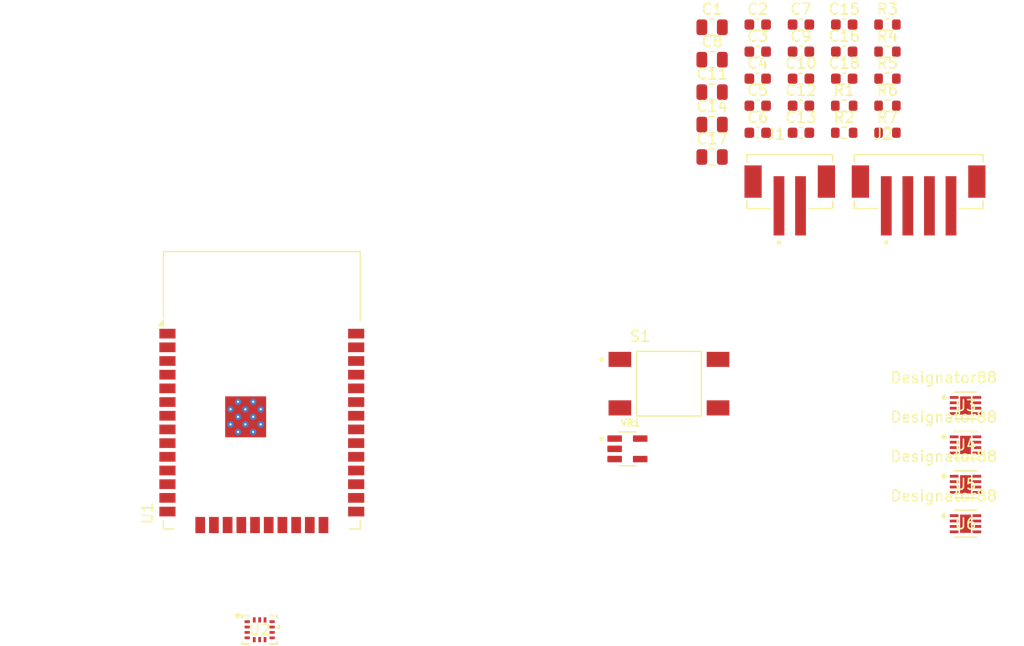
<source format=kicad_pcb>
(kicad_pcb (version 20241229) (generator "pcbnew") (generator_version "9.0")
  (layers (0 "F.Cu" signal) (2 "B.Cu" signal) (13 "F.Paste" user) (15 "B.Paste" user) (5 "F.SilkS" user "F.Silkscreen") (7 "B.SilkS" user "B.Silkscreen") (1 "F.Mask" user) (3 "B.Mask" user) (25 "Edge.Cuts" user))
  (net 0 "")
  (net 1 "GND")
  (net 4 "Net-(R7-Pad2)")
  (net 9 "Net-(U1-SENSOR_VP)")
  (net 10 "/MOTOR3_INPUT1")
  (net 12 "/VCC_3V3")
  (net 13 "/MOTOR1_INPUT2")
  (net 14 "/MOTOR4_INPUT2")
  (net 20 "/MOTOR4_INPUT1")
  (net 21 "/MOTOR3_INPUT2")
  (net 23 "/ESP_UART_TX")
  (net 25 "/MOTOR2_INPUT1")
  (net 26 "/SCL")
  (net 28 "/ESP_UART_RX")
  (net 29 "Net-(U1-EN)")
  (net 35 "/MOTOR1_INPUT1")
  (net 37 "/SDA")
  (net 38 "/MOTOR2_INPUT2")
  (net 39 "/VBAT")
  (net 40 "Net-(VR1-EN)")
  (net 49 "/MOTOR1_NEG")
  (net 50 "Net-(U3-MODE)")
  (net 51 "/MOTOR1_POS")
  (net 52 "/MOTOR2_NEG")
  (net 53 "Net-(U4-MODE)")
  (net 54 "/MOTOR2_POS")
  (net 55 "/MOTOR3_NEG")
  (net 56 "Net-(U5-MODE)")
  (net 57 "/MOTOR3_POS")
  (net 58 "/MOTOR4_POS")
  (net 59 "/MOTOR4_NEG")
  (net 60 "Net-(U6-MODE)")
  (footprint "Capacitor_SMD:C_0805_2012Metric" (layer "F.Cu") (at 179.45 124.72)
    (property "Reference" "C17" (at 0 -1.68 0) (layer "F.SilkS"))
    (property "Value" "10uF")
    (fp_line (start -0.261252 -0.735) (end 0.261252 -0.735) (stroke (width 0.12)) (layer "F.SilkS"))
    (fp_line (start -0.261252 0.735) (end 0.261252 0.735) (stroke (width 0.12)) (layer "F.SilkS"))
    (pad "1" smd roundrect (at -0.95 0) (size 1 1.45) (layers "F.Cu" "F.Mask" "F.Paste") (net 1 "GND"))
    (pad "2" smd roundrect (at 0.95 0) (size 1 1.45) (layers "F.Cu" "F.Mask" "F.Paste") (net 39 "/VBAT"))
  )
  (footprint "Capacitor_SMD:C_0603_1608Metric" (layer "F.Cu") (at 191.7 112.43)
    (property "Reference" "C15" (at 0 -1.43 0) (layer "F.SilkS"))
    (property "Value" "0.1uF")
    (fp_line (start -0.14058 -0.51) (end 0.14058 -0.51) (stroke (width 0.12)) (layer "F.SilkS"))
    (fp_line (start -0.14058 0.51) (end 0.14058 0.51) (stroke (width 0.12)) (layer "F.SilkS"))
    (pad "1" smd roundrect (at -0.775 0) (size 0.9 0.95) (layers "F.Cu" "F.Mask" "F.Paste") (net 1 "GND"))
    (pad "2" smd roundrect (at 0.775 0) (size 0.9 0.95) (layers "F.Cu" "F.Mask" "F.Paste") (net 39 "/VBAT"))
  )
  (footprint "Capacitor_SMD:C_0805_2012Metric" (layer "F.Cu") (at 179.45 115.69)
    (property "Reference" "C8" (at 0 -1.68 0) (layer "F.SilkS"))
    (property "Value" "10uF")
    (fp_line (start -0.261252 -0.735) (end 0.261252 -0.735) (stroke (width 0.12)) (layer "F.SilkS"))
    (fp_line (start -0.261252 0.735) (end 0.261252 0.735) (stroke (width 0.12)) (layer "F.SilkS"))
    (pad "1" smd roundrect (at -0.95 0) (size 1 1.45) (layers "F.Cu" "F.Mask" "F.Paste") (net 1 "GND"))
    (pad "2" smd roundrect (at 0.95 0) (size 1 1.45) (layers "F.Cu" "F.Mask" "F.Paste") (net 39 "/VBAT"))
  )
  (footprint "Capacitor_SMD:C_0603_1608Metric" (layer "F.Cu") (at 183.68 112.43)
    (property "Reference" "C2" (at 0 -1.43 0) (layer "F.SilkS"))
    (property "Value" "0.1uF")
    (fp_line (start -0.14058 -0.51) (end 0.14058 -0.51) (stroke (width 0.12)) (layer "F.SilkS"))
    (fp_line (start -0.14058 0.51) (end 0.14058 0.51) (stroke (width 0.12)) (layer "F.SilkS"))
    (pad "1" smd roundrect (at -0.775 0) (size 0.9 0.95) (layers "F.Cu" "F.Mask" "F.Paste") (net 1 "GND"))
    (pad "2" smd roundrect (at 0.775 0) (size 0.9 0.95) (layers "F.Cu" "F.Mask" "F.Paste") (net 39 "/VBAT"))
  )
  (footprint "footprints:JST_B2B-PH-SM4-TB" (layer "F.Cu") (at 186.65 127)
    (property "Reference" "J1" (at -1.275 -4.385 0) (layer "F.SilkS"))
    (property "Value" "Conn_01x02_Pin")
    (fp_line (start -3.975 -2.5) (end 3.975 -2.5) (stroke (width 0.127)) (layer "F.SilkS"))
    (fp_line (start -3.975 -1.82) (end -3.975 -2.5) (stroke (width 0.127)) (layer "F.SilkS"))
    (fp_line (start -3.975 2.5) (end -3.975 1.82) (stroke (width 0.127)) (layer "F.SilkS"))
    (fp_line (start -1.82 2.5) (end -3.975 2.5) (stroke (width 0.127)) (layer "F.SilkS"))
    (fp_line (start 3.975 -2.5) (end 3.975 -1.82) (stroke (width 0.127)) (layer "F.SilkS"))
    (fp_line (start 3.975 2.5) (end 1.82 2.5) (stroke (width 0.127)) (layer "F.SilkS"))
    (fp_line (start 3.975 2.5) (end 3.975 1.82) (stroke (width 0.127)) (layer "F.SilkS"))
    (fp_circle (center -1 5.66) (end -0.9 5.66) (stroke (width 0.2)) (fill no) (layer "F.SilkS"))
    (pad "1" smd rect (at -1 2.25) (size 1 5.5) (layers "F.Cu" "F.Mask" "F.Paste") (net 39 "/VBAT"))
    (pad "2" smd rect (at 1 2.25) (size 1 5.5) (layers "F.Cu" "F.Mask" "F.Paste") (net 1 "GND"))
    (pad "S1" smd rect (at -3.4 0) (size 1.6 3) (layers "F.Cu" "F.Mask" "F.Paste"))
    (pad "S2" smd rect (at 3.4 0) (size 1.6 3) (layers "F.Cu" "F.Mask" "F.Paste"))
  )
  (footprint "Resistor_SMD:R_0603_1608Metric" (layer "F.Cu") (at 195.71 114.94)
    (property "Reference" "R4" (at 0 -1.43 0) (layer "F.SilkS"))
    (property "Value" "10k")
    (fp_line (start -0.237258 -0.5225) (end 0.237258 -0.5225) (stroke (width 0.12)) (layer "F.SilkS"))
    (fp_line (start -0.237258 0.5225) (end 0.237258 0.5225) (stroke (width 0.12)) (layer "F.SilkS"))
    (pad "1" smd roundrect (at -0.825 0) (size 0.8 0.95) (layers "F.Cu" "F.Mask" "F.Paste") (net 12 "/VCC_3V3"))
    (pad "2" smd roundrect (at 0.825 0) (size 0.8 0.95) (layers "F.Cu" "F.Mask" "F.Paste") (net 53 "Net-(U4-MODE)"))
  )
  (footprint "Resistor_SMD:R_0603_1608Metric" (layer "F.Cu") (at 191.7 122.47)
    (property "Reference" "R2" (at 0 -1.43 0) (layer "F.SilkS"))
    (property "Value" "10k")
    (fp_line (start -0.237258 -0.5225) (end 0.237258 -0.5225) (stroke (width 0.12)) (layer "F.SilkS"))
    (fp_line (start -0.237258 0.5225) (end 0.237258 0.5225) (stroke (width 0.12)) (layer "F.SilkS"))
    (pad "1" smd roundrect (at -0.825 0) (size 0.8 0.95) (layers "F.Cu" "F.Mask" "F.Paste") (net 12 "/VCC_3V3"))
    (pad "2" smd roundrect (at 0.825 0) (size 0.8 0.95) (layers "F.Cu" "F.Mask" "F.Paste") (net 29 "Net-(U1-EN)"))
  )
  (footprint "Capacitor_SMD:C_0603_1608Metric" (layer "F.Cu") (at 183.68 114.94)
    (property "Reference" "C3" (at 0 -1.43 0) (layer "F.SilkS"))
    (property "Value" "0.1uF")
    (fp_line (start -0.14058 -0.51) (end 0.14058 -0.51) (stroke (width 0.12)) (layer "F.SilkS"))
    (fp_line (start -0.14058 0.51) (end 0.14058 0.51) (stroke (width 0.12)) (layer "F.SilkS"))
    (pad "1" smd roundrect (at -0.775 0) (size 0.9 0.95) (layers "F.Cu" "F.Mask" "F.Paste") (net 1 "GND"))
    (pad "2" smd roundrect (at 0.775 0) (size 0.9 0.95) (layers "F.Cu" "F.Mask" "F.Paste") (net 12 "/VCC_3V3"))
  )
  (footprint "Resistor_SMD:R_0603_1608Metric" (layer "F.Cu") (at 195.71 119.96)
    (property "Reference" "R6" (at 0 -1.43 0) (layer "F.SilkS"))
    (property "Value" "10k")
    (fp_line (start -0.237258 -0.5225) (end 0.237258 -0.5225) (stroke (width 0.12)) (layer "F.SilkS"))
    (fp_line (start -0.237258 0.5225) (end 0.237258 0.5225) (stroke (width 0.12)) (layer "F.SilkS"))
    (pad "1" smd roundrect (at -0.825 0) (size 0.8 0.95) (layers "F.Cu" "F.Mask" "F.Paste") (net 12 "/VCC_3V3"))
    (pad "2" smd roundrect (at 0.825 0) (size 0.8 0.95) (layers "F.Cu" "F.Mask" "F.Paste") (net 60 "Net-(U6-MODE)"))
  )
  (footprint "Capacitor_SMD:C_0805_2012Metric" (layer "F.Cu") (at 179.45 121.71)
    (property "Reference" "C14" (at 0 -1.68 0) (layer "F.SilkS"))
    (property "Value" "10uF")
    (fp_line (start -0.261252 -0.735) (end 0.261252 -0.735) (stroke (width 0.12)) (layer "F.SilkS"))
    (fp_line (start -0.261252 0.735) (end 0.261252 0.735) (stroke (width 0.12)) (layer "F.SilkS"))
    (pad "1" smd roundrect (at -0.95 0) (size 1 1.45) (layers "F.Cu" "F.Mask" "F.Paste") (net 1 "GND"))
    (pad "2" smd roundrect (at 0.95 0) (size 1 1.45) (layers "F.Cu" "F.Mask" "F.Paste") (net 39 "/VBAT"))
  )
  (footprint "Capacitor_SMD:C_0603_1608Metric" (layer "F.Cu") (at 183.68 117.45)
    (property "Reference" "C4" (at 0 -1.43 0) (layer "F.SilkS"))
    (property "Value" "0.1uF")
    (fp_line (start -0.14058 -0.51) (end 0.14058 -0.51) (stroke (width 0.12)) (layer "F.SilkS"))
    (fp_line (start -0.14058 0.51) (end 0.14058 0.51) (stroke (width 0.12)) (layer "F.SilkS"))
    (pad "1" smd roundrect (at -0.775 0) (size 0.9 0.95) (layers "F.Cu" "F.Mask" "F.Paste") (net 1 "GND"))
    (pad "2" smd roundrect (at 0.775 0) (size 0.9 0.95) (layers "F.Cu" "F.Mask" "F.Paste") (net 12 "/VCC_3V3"))
  )
  (footprint "Capacitor_SMD:C_0603_1608Metric" (layer "F.Cu") (at 187.69 119.96)
    (property "Reference" "C12" (at 0 -1.43 0) (layer "F.SilkS"))
    (property "Value" "0.1uF")
    (fp_line (start -0.14058 -0.51) (end 0.14058 -0.51) (stroke (width 0.12)) (layer "F.SilkS"))
    (fp_line (start -0.14058 0.51) (end 0.14058 0.51) (stroke (width 0.12)) (layer "F.SilkS"))
    (pad "1" smd roundrect (at -0.775 0) (size 0.9 0.95) (layers "F.Cu" "F.Mask" "F.Paste") (net 1 "GND"))
    (pad "2" smd roundrect (at 0.775 0) (size 0.9 0.95) (layers "F.Cu" "F.Mask" "F.Paste") (net 39 "/VBAT"))
  )
  (footprint "Capacitor_SMD:C_0603_1608Metric" (layer "F.Cu") (at 191.7 117.45)
    (property "Reference" "C18" (at 0 -1.43 0) (layer "F.SilkS"))
    (property "Value" "0.1uF")
    (fp_line (start -0.14058 -0.51) (end 0.14058 -0.51) (stroke (width 0.12)) (layer "F.SilkS"))
    (fp_line (start -0.14058 0.51) (end 0.14058 0.51) (stroke (width 0.12)) (layer "F.SilkS"))
    (pad "1" smd roundrect (at -0.775 0) (size 0.9 0.95) (layers "F.Cu" "F.Mask" "F.Paste") (net 1 "GND"))
    (pad "2" smd roundrect (at 0.775 0) (size 0.9 0.95) (layers "F.Cu" "F.Mask" "F.Paste") (net 39 "/VBAT"))
  )
  (footprint "footprints:BMI323_BOS" (layer "F.Cu") (at 137.5 168.5856)
    (property "Reference" "U2" (at 0 0 0) (layer "F.SilkS"))
    (property "Value" "BMI323")
    (fp_line (start -1.6256 -1.3208) (end -1.6256 -1.118782) (stroke (width 0.1524)) (layer "F.SilkS"))
    (fp_line (start -1.6256 1.118782) (end -1.6256 1.3208) (stroke (width 0.1524)) (layer "F.SilkS"))
    (fp_line (start -1.6256 1.3208) (end -0.91589 1.3208) (stroke (width 0.1524)) (layer "F.SilkS"))
    (fp_line (start -0.91589 -1.3208) (end -1.6256 -1.3208) (stroke (width 0.1524)) (layer "F.SilkS"))
    (fp_line (start 0.91589 1.3208) (end 1.6256 1.3208) (stroke (width 0.1524)) (layer "F.SilkS"))
    (fp_line (start 1.6256 -1.3208) (end 0.91589 -1.3208) (stroke (width 0.1524)) (layer "F.SilkS"))
    (fp_line (start 1.6256 -1.118782) (end 1.6256 -1.3208) (stroke (width 0.1524)) (layer "F.SilkS"))
    (fp_line (start 1.6256 1.3208) (end 1.6256 1.118782) (stroke (width 0.1524)) (layer "F.SilkS"))
    (fp_poly (pts (xy 1.905 -0.4405) (xy 1.905 -0.059499) (xy 1.651 -0.059499) (xy 1.651 -0.4405)) (fill yes) (layer "F.SilkS"))
    (fp_text user "*" (at -2.032 -1 0) (layer "F.SilkS"))
    (fp_text user "*" (at -2.032 -1 0) (layer "F.SilkS"))
    (pad "1" smd rect (at -1.1557 -0.750001 90) (size 0.254 0.4826) (layers "F.Cu" "F.Mask" "F.Paste"))
    (pad "2" smd rect (at -1.1557 -0.25 90) (size 0.254 0.4826) (layers "F.Cu" "F.Mask" "F.Paste"))
    (pad "3" smd rect (at -1.1557 0.25 90) (size 0.254 0.4826) (layers "F.Cu" "F.Mask" "F.Paste"))
    (pad "4" smd rect (at -1.1557 0.750001 90) (size 0.254 0.4826) (layers "F.Cu" "F.Mask" "F.Paste"))
    (pad "5" smd rect (at -0.499999 0.9144) (size 0.254 0.4826) (layers "F.Cu" "F.Mask" "F.Paste") (net 12 "/VCC_3V3"))
    (pad "6" smd rect (at 0 0.9144) (size 0.254 0.4826) (layers "F.Cu" "F.Mask" "F.Paste") (net 1 "GND"))
    (pad "7" smd rect (at 0.499999 0.9144) (size 0.254 0.4826) (layers "F.Cu" "F.Mask" "F.Paste") (net 1 "GND"))
    (pad "8" smd rect (at 1.1557 0.750001 90) (size 0.254 0.4826) (layers "F.Cu" "F.Mask" "F.Paste") (net 12 "/VCC_3V3"))
    (pad "9" smd rect (at 1.1557 0.25 90) (size 0.254 0.4826) (layers "F.Cu" "F.Mask" "F.Paste"))
    (pad "10" smd rect (at 1.1557 -0.25 90) (size 0.254 0.4826) (layers "F.Cu" "F.Mask" "F.Paste"))
    (pad "11" smd rect (at 1.1557 -0.750001 90) (size 0.254 0.4826) (layers "F.Cu" "F.Mask" "F.Paste"))
    (pad "12" smd rect (at 0.499999 -0.9144) (size 0.254 0.4826) (layers "F.Cu" "F.Mask" "F.Paste"))
    (pad "13" smd rect (at 0 -0.9144) (size 0.254 0.4826) (layers "F.Cu" "F.Mask" "F.Paste") (net 26 "/SCL"))
    (pad "14" smd rect (at -0.499999 -0.9144) (size 0.254 0.4826) (layers "F.Cu" "F.Mask" "F.Paste") (net 37 "/SDA"))
  )
  (footprint "footprints:AP7366-33W5-7" (layer "F.Cu") (at 171.6 151.8)
    (property "Reference" "VR1" (at 0.282 -2.4064 0) (layer "F.SilkS") (effects (font (size 0.64 0.64))))
    (property "Value" "AP7366")
    (fp_line (start -0.8 -1.57) (end 0.8 -1.57) (stroke (width 0.127)) (layer "F.SilkS"))
    (fp_line (start 0.8 1.57) (end -0.8 1.57) (stroke (width 0.127)) (layer "F.SilkS"))
    (fp_circle (center -2.4 -0.95) (end -2.3 -0.95) (stroke (width 0.2)) (fill no) (layer "F.SilkS"))
    (pad "1" smd roundrect (at -1.185 -0.95) (size 1.35 0.6) (layers "F.Cu" "F.Mask" "F.Paste") (roundrect_rratio 0.125) (net 39 "/VBAT"))
    (pad "2" smd roundrect (at -1.185 0) (size 1.35 0.6) (layers "F.Cu" "F.Mask" "F.Paste") (roundrect_rratio 0.125) (net 1 "GND"))
    (pad "3" smd roundrect (at -1.185 0.95) (size 1.35 0.6) (layers "F.Cu" "F.Mask" "F.Paste") (roundrect_rratio 0.125) (net 40 "Net-(VR1-EN)"))
    (pad "4" smd roundrect (at 1.185 0.95) (size 1.35 0.6) (layers "F.Cu" "F.Mask" "F.Paste") (roundrect_rratio 0.125))
    (pad "5" smd roundrect (at 1.185 -0.95) (size 1.35 0.6) (layers "F.Cu" "F.Mask" "F.Paste") (roundrect_rratio 0.125) (net 12 "/VCC_3V3"))
  )
  (footprint "Capacitor_SMD:C_0603_1608Metric" (layer "F.Cu") (at 187.69 117.45)
    (property "Reference" "C10" (at 0 -1.43 0) (layer "F.SilkS"))
    (property "Value" "0.1uF")
    (fp_line (start -0.14058 -0.51) (end 0.14058 -0.51) (stroke (width 0.12)) (layer "F.SilkS"))
    (fp_line (start -0.14058 0.51) (end 0.14058 0.51) (stroke (width 0.12)) (layer "F.SilkS"))
    (pad "1" smd roundrect (at -0.775 0) (size 0.9 0.95) (layers "F.Cu" "F.Mask" "F.Paste") (net 12 "/VCC_3V3"))
    (pad "2" smd roundrect (at 0.775 0) (size 0.9 0.95) (layers "F.Cu" "F.Mask" "F.Paste") (net 1 "GND"))
  )
  (footprint "Resistor_SMD:R_0603_1608Metric" (layer "F.Cu") (at 195.71 112.43)
    (property "Reference" "R3" (at 0 -1.43 0) (layer "F.SilkS"))
    (property "Value" "10k")
    (fp_line (start -0.237258 -0.5225) (end 0.237258 -0.5225) (stroke (width 0.12)) (layer "F.SilkS"))
    (fp_line (start -0.237258 0.5225) (end 0.237258 0.5225) (stroke (width 0.12)) (layer "F.SilkS"))
    (pad "1" smd roundrect (at -0.825 0) (size 0.8 0.95) (layers "F.Cu" "F.Mask" "F.Paste") (net 12 "/VCC_3V3"))
    (pad "2" smd roundrect (at 0.825 0) (size 0.8 0.95) (layers "F.Cu" "F.Mask" "F.Paste") (net 50 "Net-(U3-MODE)"))
  )
  (footprint "Capacitor_SMD:C_0603_1608Metric" (layer "F.Cu") (at 187.69 122.47)
    (property "Reference" "C13" (at 0 -1.43 0) (layer "F.SilkS"))
    (property "Value" "0.1uF")
    (fp_line (start -0.14058 -0.51) (end 0.14058 -0.51) (stroke (width 0.12)) (layer "F.SilkS"))
    (fp_line (start -0.14058 0.51) (end 0.14058 0.51) (stroke (width 0.12)) (layer "F.SilkS"))
    (pad "1" smd roundrect (at -0.775 0) (size 0.9 0.95) (layers "F.Cu" "F.Mask" "F.Paste") (net 12 "/VCC_3V3"))
    (pad "2" smd roundrect (at 0.775 0) (size 0.9 0.95) (layers "F.Cu" "F.Mask" "F.Paste") (net 1 "GND"))
  )
  (footprint "Resistor_SMD:R_0603_1608Metric" (layer "F.Cu") (at 191.7 119.96)
    (property "Reference" "R1" (at 0 -1.43 0) (layer "F.SilkS"))
    (property "Value" "10k")
    (fp_line (start -0.237258 -0.5225) (end 0.237258 -0.5225) (stroke (width 0.12)) (layer "F.SilkS"))
    (fp_line (start -0.237258 0.5225) (end 0.237258 0.5225) (stroke (width 0.12)) (layer "F.SilkS"))
    (pad "1" smd roundrect (at -0.825 0) (size 0.8 0.95) (layers "F.Cu" "F.Mask" "F.Paste") (net 40 "Net-(VR1-EN)"))
    (pad "2" smd roundrect (at 0.825 0) (size 0.8 0.95) (layers "F.Cu" "F.Mask" "F.Paste") (net 39 "/VBAT"))
  )
  (footprint "RF_Module:ESP32-WROOM-32D" (layer "F.Cu") (at 137.7 149.36)
    (property "Reference" "U1" (at -10.61 8.43 90) (layer "F.SilkS"))
    (property "Value" "ESP32-WROOM-32E")
    (fp_line (start -9.12 -15.86) (end -9.12 -9.7) (stroke (width 0.12)) (layer "F.SilkS"))
    (fp_line (start -9.12 -15.86) (end 9.12 -15.86) (stroke (width 0.12)) (layer "F.SilkS"))
    (fp_line (start -9.12 9.1) (end -9.12 9.88) (stroke (width 0.12)) (layer "F.SilkS"))
    (fp_line (start -9.12 9.88) (end -8.12 9.88) (stroke (width 0.12)) (layer "F.SilkS"))
    (fp_line (start 9.12 -15.86) (end 9.12 -9.445) (stroke (width 0.12)) (layer "F.SilkS"))
    (fp_line (start 9.12 9.1) (end 9.12 9.88) (stroke (width 0.12)) (layer "F.SilkS"))
    (fp_line (start 9.12 9.88) (end 8.12 9.88) (stroke (width 0.12)) (layer "F.SilkS"))
    (fp_poly (pts (xy -9.125 -8.975) (xy -9.625 -8.975) (xy -9.125 -9.475) (xy -9.125 -8.975)) (stroke (width 0.12)) (fill yes) (layer "F.SilkS"))
    (pad "1" smd rect (at -8.75 -8.25) (size 1.5 0.9) (layers "F.Cu" "F.Mask" "F.Paste") (net 1 "GND"))
    (pad "2" smd rect (at -8.75 -6.98) (size 1.5 0.9) (layers "F.Cu" "F.Mask" "F.Paste") (net 12 "/VCC_3V3"))
    (pad "3" smd rect (at -8.75 -5.71) (size 1.5 0.9) (layers "F.Cu" "F.Mask" "F.Paste") (net 29 "Net-(U1-EN)"))
    (pad "4" smd rect (at -8.75 -4.44) (size 1.5 0.9) (layers "F.Cu" "F.Mask" "F.Paste") (net 9 "Net-(U1-SENSOR_VP)"))
    (pad "5" smd rect (at -8.75 -3.17) (size 1.5 0.9) (layers "F.Cu" "F.Mask" "F.Paste"))
    (pad "6" smd rect (at -8.75 -1.9) (size 1.5 0.9) (layers "F.Cu" "F.Mask" "F.Paste"))
    (pad "7" smd rect (at -8.75 -0.63) (size 1.5 0.9) (layers "F.Cu" "F.Mask" "F.Paste"))
    (pad "8" smd rect (at -8.75 0.64) (size 1.5 0.9) (layers "F.Cu" "F.Mask" "F.Paste") (net 20 "/MOTOR4_INPUT1"))
    (pad "9" smd rect (at -8.75 1.91) (size 1.5 0.9) (layers "F.Cu" "F.Mask" "F.Paste") (net 14 "/MOTOR4_INPUT2"))
    (pad "10" smd rect (at -8.75 3.18) (size 1.5 0.9) (layers "F.Cu" "F.Mask" "F.Paste") (net 38 "/MOTOR2_INPUT2"))
    (pad "11" smd rect (at -8.75 4.45) (size 1.5 0.9) (layers "F.Cu" "F.Mask" "F.Paste") (net 10 "/MOTOR3_INPUT1"))
    (pad "12" smd rect (at -8.75 5.72) (size 1.5 0.9) (layers "F.Cu" "F.Mask" "F.Paste") (net 21 "/MOTOR3_INPUT2"))
    (pad "13" smd rect (at -8.75 6.99) (size 1.5 0.9) (layers "F.Cu" "F.Mask" "F.Paste") (net 35 "/MOTOR1_INPUT1"))
    (pad "14" smd rect (at -8.75 8.26) (size 1.5 0.9) (layers "F.Cu" "F.Mask" "F.Paste"))
    (pad "15" smd rect (at -5.71 9.51 90) (size 1.5 0.9) (layers "F.Cu" "F.Mask" "F.Paste") (net 1 "GND"))
    (pad "16" smd rect (at -4.44 9.51 90) (size 1.5 0.9) (layers "F.Cu" "F.Mask" "F.Paste"))
    (pad "17" smd rect (at -3.17 9.51 90) (size 1.5 0.9) (layers "F.Cu" "F.Mask" "F.Paste"))
    (pad "18" smd rect (at -1.9 9.51 90) (size 1.5 0.9) (layers "F.Cu" "F.Mask" "F.Paste"))
    (pad "19" smd rect (at -0.63 9.51 90) (size 1.5 0.9) (layers "F.Cu" "F.Mask" "F.Paste"))
    (pad "20" smd rect (at 0.64 9.51 90) (size 1.5 0.9) (layers "F.Cu" "F.Mask" "F.Paste"))
    (pad "21" smd rect (at 1.91 9.51 90) (size 1.5 0.9) (layers "F.Cu" "F.Mask" "F.Paste"))
    (pad "22" smd rect (at 3.18 9.51 90) (size 1.5 0.9) (layers "F.Cu" "F.Mask" "F.Paste"))
    (pad "23" smd rect (at 4.45 9.51 90) (size 1.5 0.9) (layers "F.Cu" "F.Mask" "F.Paste"))
    (pad "24" smd rect (at 5.72 9.51 90) (size 1.5 0.9) (layers "F.Cu" "F.Mask" "F.Paste"))
    (pad "25" smd rect (at 8.75 8.26) (size 1.5 0.9) (layers "F.Cu" "F.Mask" "F.Paste"))
    (pad "26" smd rect (at 8.75 6.99) (size 1.5 0.9) (layers "F.Cu" "F.Mask" "F.Paste"))
    (pad "27" smd rect (at 8.75 5.72) (size 1.5 0.9) (layers "F.Cu" "F.Mask" "F.Paste"))
    (pad "28" smd rect (at 8.75 4.45) (size 1.5 0.9) (layers "F.Cu" "F.Mask" "F.Paste") (net 13 "/MOTOR1_INPUT2"))
    (pad "29" smd rect (at 8.75 3.18) (size 1.5 0.9) (layers "F.Cu" "F.Mask" "F.Paste"))
    (pad "30" smd rect (at 8.75 1.91) (size 1.5 0.9) (layers "F.Cu" "F.Mask" "F.Paste") (net 25 "/MOTOR2_INPUT1"))
    (pad "31" smd rect (at 8.75 0.64) (size 1.5 0.9) (layers "F.Cu" "F.Mask" "F.Paste"))
    (pad "32" smd rect (at 8.75 -0.63) (size 1.5 0.9) (layers "F.Cu" "F.Mask" "F.Paste"))
    (pad "33" smd rect (at 8.75 -1.9) (size 1.5 0.9) (layers "F.Cu" "F.Mask" "F.Paste") (net 37 "/SDA"))
    (pad "34" smd rect (at 8.75 -3.17) (size 1.5 0.9) (layers "F.Cu" "F.Mask" "F.Paste") (net 28 "/ESP_UART_RX"))
    (pad "35" smd rect (at 8.75 -4.44) (size 1.5 0.9) (layers "F.Cu" "F.Mask" "F.Paste") (net 23 "/ESP_UART_TX"))
    (pad "36" smd rect (at 8.75 -5.71) (size 1.5 0.9) (layers "F.Cu" "F.Mask" "F.Paste") (net 26 "/SCL"))
    (pad "37" smd rect (at 8.75 -6.98) (size 1.5 0.9) (layers "F.Cu" "F.Mask" "F.Paste"))
    (pad "38" smd rect (at 8.75 -8.25) (size 1.5 0.9) (layers "F.Cu" "F.Mask" "F.Paste") (net 1 "GND"))
    (pad "39" smd rect (at -2.9 -1.93) (size 0.9 0.9) (layers "F.Cu" "F.Paste") (net 1 "GND"))
    (pad "39" thru_hole circle (at -2.9 -1.23) (size 0.6 0.6) (drill 0.2) (property pad_prop_heatsink) (layers "*.Cu" "F.Mask") (net 1 "GND"))
    (pad "39" smd rect (at -2.9 -0.53) (size 0.9 0.9) (layers "F.Cu" "F.Paste") (net 1 "GND"))
    (pad "39" thru_hole circle (at -2.9 0.17) (size 0.6 0.6) (drill 0.2) (property pad_prop_heatsink) (layers "*.Cu" "F.Mask") (net 1 "GND"))
    (pad "39" smd rect (at -2.9 0.87) (size 0.9 0.9) (layers "F.Cu" "F.Paste") (net 1 "GND"))
    (pad "39" thru_hole circle (at -2.2 -1.93) (size 0.6 0.6) (drill 0.2) (property pad_prop_heatsink) (layers "*.Cu" "F.Mask") (net 1 "GND"))
    (pad "39" thru_hole circle (at -2.2 -0.53) (size 0.6 0.6) (drill 0.2) (property pad_prop_heatsink) (layers "*.Cu" "F.Mask") (net 1 "GND"))
    (pad "39" thru_hole circle (at -2.2 0.87) (size 0.6 0.6) (drill 0.2) (property pad_prop_heatsink) (layers "*.Cu" "F.Mask") (net 1 "GND"))
    (pad "39" thru_hole circle (at -1.525 -1.23) (size 0.6 0.6) (drill 0.2) (property pad_prop_heatsink) (layers "*.Cu" "F.Mask") (net 1 "GND"))
    (pad "39" thru_hole circle (at -1.525 0.17) (size 0.6 0.6) (drill 0.2) (property pad_prop_heatsink) (layers "*.Cu" "F.Mask") (net 1 "GND"))
    (pad "39" smd rect (at -1.5 -1.93) (size 0.9 0.9) (layers "F.Cu" "F.Paste") (net 1 "GND"))
    (pad "39" smd rect (at -1.5 -0.53) (size 0.9 0.9) (layers "F.Cu" "F.Paste") (net 1 "GND"))
    (pad "39" smd rect (at -1.5 -0.53) (size 3.8 3.8) (property pad_prop_heatsink) (layers "F.Cu" "F.Mask") (net 1 "GND"))
    (pad "39" smd rect (at -1.5 0.87) (size 0.9 0.9) (layers "F.Cu" "F.Paste") (net 1 "GND"))
    (pad "39" thru_hole circle (at -0.8 -1.93) (size 0.6 0.6) (drill 0.2) (property pad_prop_heatsink) (layers "*.Cu" "F.Mask") (net 1 "GND"))
    (pad "39" thru_hole circle (at -0.8 -0.53) (size 0.6 0.6) (drill 0.2) (property pad_prop_heatsink) (layers "*.Cu" "F.Mask") (net 1 "GND"))
    (pad "39" thru_hole circle (at -0.8 0.87) (size 0.6 0.6) (drill 0.2) (property pad_prop_heatsink) (layers "*.Cu" "F.Mask") (net 1 "GND"))
    (pad "39" smd rect (at -0.1 -1.93) (size 0.9 0.9) (layers "F.Cu" "F.Paste") (net 1 "GND"))
    (pad "39" thru_hole circle (at -0.1 -1.23) (size 0.6 0.6) (drill 0.2) (property pad_prop_heatsink) (layers "*.Cu" "F.Mask") (net 1 "GND"))
    (pad "39" smd rect (at -0.1 -0.53) (size 0.9 0.9) (layers "F.Cu" "F.Paste") (net 1 "GND"))
    (pad "39" thru_hole circle (at -0.1 0.17) (size 0.6 0.6) (drill 0.2) (property pad_prop_heatsink) (layers "*.Cu" "F.Mask") (net 1 "GND"))
    (pad "39" smd rect (at -0.1 0.87) (size 0.9 0.9) (layers "F.Cu" "F.Paste") (net 1 "GND"))
  )
  (footprint "footprints:DSG0008A-IPC_A" (layer "F.Cu") (at 202.946967 155.093197)
    (property "Reference" "U5" (at 0 0 0) (layer "F.SilkS"))
    (property "Value" "DRV8210DSGR")
    (fp_line (start -1.000001 -1.253401) (end 1.000001 -1.253401) (stroke (width 0.15)) (layer "F.SilkS"))
    (fp_line (start -1.000001 1.253401) (end 1.000001 1.253401) (stroke (width 0.15)) (layer "F.SilkS"))
    (fp_circle (center -2.000001 -0.750001) (end -1.875 -0.750001) (stroke (width 0.25)) (fill no) (layer "F.SilkS"))
    (fp_text user "Designator88" (at -2.0066 -2.5908 0) (layer "F.SilkS"))
    (pad "1" smd rect (at -1.053033 -0.749998) (size 0.806066 0.256842) (layers "F.Cu" "F.Mask" "F.Paste") (net 39 "/VBAT"))
    (pad "2" smd rect (at -1.053033 -0.25) (size 0.806066 0.256842) (layers "F.Cu" "F.Mask" "F.Paste") (net 57 "/MOTOR3_POS"))
    (pad "3" smd rect (at -1.053033 0.25) (size 0.806066 0.256842) (layers "F.Cu" "F.Mask" "F.Paste") (net 55 "/MOTOR3_NEG"))
    (pad "4" smd rect (at -1.053033 0.750001) (size 0.806066 0.256842) (layers "F.Cu" "F.Mask" "F.Paste") (net 1 "GND"))
    (pad "5" smd rect (at 1.053033 0.750001) (size 0.806066 0.256842) (layers "F.Cu" "F.Mask" "F.Paste") (net 21 "/MOTOR3_INPUT2"))
    (pad "6" smd rect (at 1.053033 0.25) (size 0.806066 0.256842) (layers "F.Cu" "F.Mask" "F.Paste") (net 10 "/MOTOR3_INPUT1"))
    (pad "7" smd rect (at 1.053033 -0.25) (size 0.806066 0.256842) (layers "F.Cu" "F.Mask" "F.Paste") (net 56 "Net-(U5-MODE)"))
    (pad "8" smd rect (at 1.053033 -0.749998) (size 0.806066 0.256842) (layers "F.Cu" "F.Mask" "F.Paste") (net 12 "/VCC_3V3"))
    (pad "9" smd rect (at 0 0) (size 1 1.699999) (layers "F.Cu" "F.Mask") (net 1 "GND"))
  )
  (footprint "footprints:JST_B4B-PH-SM4-TB" (layer "F.Cu") (at 198.6 127)
    (property "Reference" "J2" (at -3.275 -4.385 0) (layer "F.SilkS"))
    (property "Value" "Conn_01x04")
    (fp_line (start -5.975 -2.5) (end 5.975 -2.5) (stroke (width 0.127)) (layer "F.SilkS"))
    (fp_line (start -5.975 -1.82) (end -5.975 -2.5) (stroke (width 0.127)) (layer "F.SilkS"))
    (fp_line (start -5.975 2.5) (end -5.975 1.82) (stroke (width 0.127)) (layer "F.SilkS"))
    (fp_line (start -3.82 2.5) (end -5.975 2.5) (stroke (width 0.127)) (layer "F.SilkS"))
    (fp_line (start 5.975 -2.5) (end 5.975 -1.82) (stroke (width 0.127)) (layer "F.SilkS"))
    (fp_line (start 5.975 2.5) (end 3.82 2.5) (stroke (width 0.127)) (layer "F.SilkS"))
    (fp_line (start 5.975 2.5) (end 5.975 1.82) (stroke (width 0.127)) (layer "F.SilkS"))
    (fp_circle (center -3 5.65) (end -2.9 5.65) (stroke (width 0.2)) (fill no) (layer "F.SilkS"))
    (pad "1" smd rect (at -3 2.25) (size 1 5.5) (layers "F.Cu" "F.Mask" "F.Paste") (net 12 "/VCC_3V3"))
    (pad "2" smd rect (at -1 2.25) (size 1 5.5) (layers "F.Cu" "F.Mask" "F.Paste") (net 28 "/ESP_UART_RX"))
    (pad "3" smd rect (at 1 2.25) (size 1 5.5) (layers "F.Cu" "F.Mask" "F.Paste") (net 23 "/ESP_UART_TX"))
    (pad "4" smd rect (at 3 2.25) (size 1 5.5) (layers "F.Cu" "F.Mask" "F.Paste") (net 1 "GND"))
    (pad "SH1" smd rect (at -5.4 0) (size 1.6 3) (layers "F.Cu" "F.Mask" "F.Paste"))
    (pad "SH2" smd rect (at 5.4 0) (size 1.6 3) (layers "F.Cu" "F.Mask" "F.Paste"))
  )
  (footprint "footprints:DSG0008A-IPC_A" (layer "F.Cu") (at 202.946967 158.749999)
    (property "Reference" "U6" (at 0 0 0) (layer "F.SilkS"))
    (property "Value" "DRV8210DSGR")
    (fp_line (start -1.000001 -1.253401) (end 1.000001 -1.253401) (stroke (width 0.15)) (layer "F.SilkS"))
    (fp_line (start -1.000001 1.253401) (end 1.000001 1.253401) (stroke (width 0.15)) (layer "F.SilkS"))
    (fp_circle (center -2.000001 -0.750001) (end -1.875 -0.750001) (stroke (width 0.25)) (fill no) (layer "F.SilkS"))
    (fp_text user "Designator88" (at -2.0066 -2.5908 0) (layer "F.SilkS"))
    (pad "1" smd rect (at -1.053033 -0.749998) (size 0.806066 0.256842) (layers "F.Cu" "F.Mask" "F.Paste") (net 39 "/VBAT"))
    (pad "2" smd rect (at -1.053033 -0.25) (size 0.806066 0.256842) (layers "F.Cu" "F.Mask" "F.Paste") (net 58 "/MOTOR4_POS"))
    (pad "3" smd rect (at -1.053033 0.25) (size 0.806066 0.256842) (layers "F.Cu" "F.Mask" "F.Paste") (net 59 "/MOTOR4_NEG"))
    (pad "4" smd rect (at -1.053033 0.750001) (size 0.806066 0.256842) (layers "F.Cu" "F.Mask" "F.Paste") (net 1 "GND"))
    (pad "5" smd rect (at 1.053033 0.750001) (size 0.806066 0.256842) (layers "F.Cu" "F.Mask" "F.Paste") (net 14 "/MOTOR4_INPUT2"))
    (pad "6" smd rect (at 1.053033 0.25) (size 0.806066 0.256842) (layers "F.Cu" "F.Mask" "F.Paste") (net 20 "/MOTOR4_INPUT1"))
    (pad "7" smd rect (at 1.053033 -0.25) (size 0.806066 0.256842) (layers "F.Cu" "F.Mask" "F.Paste") (net 60 "Net-(U6-MODE)"))
    (pad "8" smd rect (at 1.053033 -0.749998) (size 0.806066 0.256842) (layers "F.Cu" "F.Mask" "F.Paste") (net 12 "/VCC_3V3"))
    (pad "9" smd rect (at 0 0) (size 1 1.699999) (layers "F.Cu" "F.Mask") (net 1 "GND"))
  )
  (footprint "footprints:DSG0008A-IPC_A" (layer "F.Cu") (at 202.946967 151.436395)
    (property "Reference" "U4" (at 0 0 0) (layer "F.SilkS"))
    (property "Value" "DRV8210DSGR")
    (fp_line (start -1.000001 -1.253401) (end 1.000001 -1.253401) (stroke (width 0.15)) (layer "F.SilkS"))
    (fp_line (start -1.000001 1.253401) (end 1.000001 1.253401) (stroke (width 0.15)) (layer "F.SilkS"))
    (fp_circle (center -2.000001 -0.750001) (end -1.875 -0.750001) (stroke (width 0.25)) (fill no) (layer "F.SilkS"))
    (fp_text user "Designator88" (at -2.0066 -2.5908 0) (layer "F.SilkS"))
    (pad "1" smd rect (at -1.053033 -0.749998) (size 0.806066 0.256842) (layers "F.Cu" "F.Mask" "F.Paste") (net 39 "/VBAT"))
    (pad "2" smd rect (at -1.053033 -0.25) (size 0.806066 0.256842) (layers "F.Cu" "F.Mask" "F.Paste") (net 54 "/MOTOR2_POS"))
    (pad "3" smd rect (at -1.053033 0.25) (size 0.806066 0.256842) (layers "F.Cu" "F.Mask" "F.Paste") (net 52 "/MOTOR2_NEG"))
    (pad "4" smd rect (at -1.053033 0.750001) (size 0.806066 0.256842) (layers "F.Cu" "F.Mask" "F.Paste") (net 1 "GND"))
    (pad "5" smd rect (at 1.053033 0.750001) (size 0.806066 0.256842) (layers "F.Cu" "F.Mask" "F.Paste") (net 38 "/MOTOR2_INPUT2"))
    (pad "6" smd rect (at 1.053033 0.25) (size 0.806066 0.256842) (layers "F.Cu" "F.Mask" "F.Paste") (net 25 "/MOTOR2_INPUT1"))
    (pad "7" smd rect (at 1.053033 -0.25) (size 0.806066 0.256842) (layers "F.Cu" "F.Mask" "F.Paste") (net 53 "Net-(U4-MODE)"))
    (pad "8" smd rect (at 1.053033 -0.749998) (size 0.806066 0.256842) (layers "F.Cu" "F.Mask" "F.Paste") (net 12 "/VCC_3V3"))
    (pad "9" smd rect (at 0 0) (size 1 1.699999) (layers "F.Cu" "F.Mask") (net 1 "GND"))
  )
  (footprint "Capacitor_SMD:C_0603_1608Metric" (layer "F.Cu") (at 187.69 114.94)
    (property "Reference" "C9" (at 0 -1.43 0) (layer "F.SilkS"))
    (property "Value" "0.1uF")
    (fp_line (start -0.14058 -0.51) (end 0.14058 -0.51) (stroke (width 0.12)) (layer "F.SilkS"))
    (fp_line (start -0.14058 0.51) (end 0.14058 0.51) (stroke (width 0.12)) (layer "F.SilkS"))
    (pad "1" smd roundrect (at -0.775 0) (size 0.9 0.95) (layers "F.Cu" "F.Mask" "F.Paste") (net 12 "/VCC_3V3"))
    (pad "2" smd roundrect (at 0.775 0) (size 0.9 0.95) (layers "F.Cu" "F.Mask" "F.Paste") (net 1 "GND"))
  )
  (footprint "Capacitor_SMD:C_0603_1608Metric" (layer "F.Cu") (at 187.69 112.43)
    (property "Reference" "C7" (at 0 -1.43 0) (layer "F.SilkS"))
    (property "Value" "0.1uF")
    (fp_line (start -0.14058 -0.51) (end 0.14058 -0.51) (stroke (width 0.12)) (layer "F.SilkS"))
    (fp_line (start -0.14058 0.51) (end 0.14058 0.51) (stroke (width 0.12)) (layer "F.SilkS"))
    (pad "1" smd roundrect (at -0.775 0) (size 0.9 0.95) (layers "F.Cu" "F.Mask" "F.Paste") (net 1 "GND"))
    (pad "2" smd roundrect (at 0.775 0) (size 0.9 0.95) (layers "F.Cu" "F.Mask" "F.Paste") (net 39 "/VBAT"))
  )
  (footprint "Capacitor_SMD:C_0805_2012Metric" (layer "F.Cu") (at 179.45 118.7)
    (property "Reference" "C11" (at 0 -1.68 0) (layer "F.SilkS"))
    (property "Value" "10uF")
    (fp_line (start -0.261252 -0.735) (end 0.261252 -0.735) (stroke (width 0.12)) (layer "F.SilkS"))
    (fp_line (start -0.261252 0.735) (end 0.261252 0.735) (stroke (width 0.12)) (layer "F.SilkS"))
    (pad "1" smd roundrect (at -0.95 0) (size 1 1.45) (layers "F.Cu" "F.Mask" "F.Paste") (net 1 "GND"))
    (pad "2" smd roundrect (at 0.95 0) (size 1 1.45) (layers "F.Cu" "F.Mask" "F.Paste") (net 39 "/VBAT"))
  )
  (footprint "footprints:SW_TS04-66-50-BK-260-SMT" (layer "F.Cu") (at 175.45 145.75)
    (property "Reference" "S1" (at -2.675 -4.385 0) (layer "F.SilkS"))
    (property "Value" "TS04-66-50-BK-260-SMT")
    (fp_line (start -3 -3) (end -3 3) (stroke (width 0.127)) (layer "F.SilkS"))
    (fp_line (start -3 3) (end 3 3) (stroke (width 0.127)) (layer "F.SilkS"))
    (fp_line (start 3 -3) (end -3 -3) (stroke (width 0.127)) (layer "F.SilkS"))
    (fp_line (start 3 3) (end 3 -3) (stroke (width 0.127)) (layer "F.SilkS"))
    (fp_circle (center -6.25 -2.25) (end -6.15 -2.25) (stroke (width 0.2)) (fill no) (layer "F.SilkS"))
    (pad "1" smd rect (at -4.55 -2.25) (size 2.1 1.4) (layers "F.Cu" "F.Mask" "F.Paste") (net 4 "Net-(R7-Pad2)"))
    (pad "2" smd rect (at -4.55 2.25) (size 2.1 1.4) (layers "F.Cu" "F.Mask" "F.Paste") (net 1 "GND"))
    (pad "3" smd rect (at 4.55 -2.25) (size 2.1 1.4) (layers "F.Cu" "F.Mask" "F.Paste") (net 9 "Net-(U1-SENSOR_VP)"))
    (pad "4" smd rect (at 4.55 2.25) (size 2.1 1.4) (layers "F.Cu" "F.Mask" "F.Paste"))
  )
  (footprint "Resistor_SMD:R_0603_1608Metric" (layer "F.Cu") (at 195.71 122.47)
    (property "Reference" "R7" (at 0 -1.43 0) (layer "F.SilkS"))
    (property "Value" "10k")
    (fp_line (start -0.237258 -0.5225) (end 0.237258 -0.5225) (stroke (width 0.12)) (layer "F.SilkS"))
    (fp_line (start -0.237258 0.5225) (end 0.237258 0.5225) (stroke (width 0.12)) (layer "F.SilkS"))
    (pad "1" smd roundrect (at -0.825 0) (size 0.8 0.95) (layers "F.Cu" "F.Mask" "F.Paste") (net 12 "/VCC_3V3"))
    (pad "2" smd roundrect (at 0.825 0) (size 0.8 0.95) (layers "F.Cu" "F.Mask" "F.Paste") (net 4 "Net-(R7-Pad2)"))
  )
  (footprint "Capacitor_SMD:C_0603_1608Metric" (layer "F.Cu") (at 183.68 122.47)
    (property "Reference" "C6" (at 0 -1.43 0) (layer "F.SilkS"))
    (property "Value" "0.1uF")
    (fp_line (start -0.14058 -0.51) (end 0.14058 -0.51) (stroke (width 0.12)) (layer "F.SilkS"))
    (fp_line (start -0.14058 0.51) (end 0.14058 0.51) (stroke (width 0.12)) (layer "F.SilkS"))
    (pad "1" smd roundrect (at -0.775 0) (size 0.9 0.95) (layers "F.Cu" "F.Mask" "F.Paste") (net 12 "/VCC_3V3"))
    (pad "2" smd roundrect (at 0.775 0) (size 0.9 0.95) (layers "F.Cu" "F.Mask" "F.Paste") (net 1 "GND"))
  )
  (footprint "Capacitor_SMD:C_0603_1608Metric" (layer "F.Cu") (at 183.68 119.96)
    (property "Reference" "C5" (at 0 -1.43 0) (layer "F.SilkS"))
    (property "Value" "0.1uF")
    (fp_line (start -0.14058 -0.51) (end 0.14058 -0.51) (stroke (width 0.12)) (layer "F.SilkS"))
    (fp_line (start -0.14058 0.51) (end 0.14058 0.51) (stroke (width 0.12)) (layer "F.SilkS"))
    (pad "1" smd roundrect (at -0.775 0) (size 0.9 0.95) (layers "F.Cu" "F.Mask" "F.Paste") (net 12 "/VCC_3V3"))
    (pad "2" smd roundrect (at 0.775 0) (size 0.9 0.95) (layers "F.Cu" "F.Mask" "F.Paste") (net 1 "GND"))
  )
  (footprint "Capacitor_SMD:C_0805_2012Metric" (layer "F.Cu") (at 179.45 112.68)
    (property "Reference" "C1" (at 0 -1.68 0) (layer "F.SilkS"))
    (property "Value" "10uF")
    (fp_line (start -0.261252 -0.735) (end 0.261252 -0.735) (stroke (width 0.12)) (layer "F.SilkS"))
    (fp_line (start -0.261252 0.735) (end 0.261252 0.735) (stroke (width 0.12)) (layer "F.SilkS"))
    (pad "1" smd roundrect (at -0.95 0) (size 1 1.45) (layers "F.Cu" "F.Mask" "F.Paste") (net 39 "/VBAT"))
    (pad "2" smd roundrect (at 0.95 0) (size 1 1.45) (layers "F.Cu" "F.Mask" "F.Paste") (net 1 "GND"))
  )
  (footprint "Resistor_SMD:R_0603_1608Metric" (layer "F.Cu") (at 195.71 117.45)
    (property "Reference" "R5" (at 0 -1.43 0) (layer "F.SilkS"))
    (property "Value" "10k")
    (fp_line (start -0.237258 -0.5225) (end 0.237258 -0.5225) (stroke (width 0.12)) (layer "F.SilkS"))
    (fp_line (start -0.237258 0.5225) (end 0.237258 0.5225) (stroke (width 0.12)) (layer "F.SilkS"))
    (pad "1" smd roundrect (at -0.825 0) (size 0.8 0.95) (layers "F.Cu" "F.Mask" "F.Paste") (net 12 "/VCC_3V3"))
    (pad "2" smd roundrect (at 0.825 0) (size 0.8 0.95) (layers "F.Cu" "F.Mask" "F.Paste") (net 56 "Net-(U5-MODE)"))
  )
  (footprint "footprints:DSG0008A-IPC_A" (layer "F.Cu") (at 202.946967 147.779593)
    (property "Reference" "U3" (at 0 0 0) (layer "F.SilkS"))
    (property "Value" "DRV8210DSGR")
    (fp_line (start -1.000001 -1.253401) (end 1.000001 -1.253401) (stroke (width 0.15)) (layer "F.SilkS"))
    (fp_line (start -1.000001 1.253401) (end 1.000001 1.253401) (stroke (width 0.15)) (layer "F.SilkS"))
    (fp_circle (center -2.000001 -0.750001) (end -1.875 -0.750001) (stroke (width 0.25)) (fill no) (layer "F.SilkS"))
    (fp_text user "Designator88" (at -2.0066 -2.5908 0) (layer "F.SilkS"))
    (pad "1" smd rect (at -1.053033 -0.749998) (size 0.806066 0.256842) (layers "F.Cu" "F.Mask" "F.Paste") (net 39 "/VBAT"))
    (pad "2" smd rect (at -1.053033 -0.25) (size 0.806066 0.256842) (layers "F.Cu" "F.Mask" "F.Paste") (net 51 "/MOTOR1_POS"))
    (pad "3" smd rect (at -1.053033 0.25) (size 0.806066 0.256842) (layers "F.Cu" "F.Mask" "F.Paste") (net 49 "/MOTOR1_NEG"))
    (pad "4" smd rect (at -1.053033 0.750001) (size 0.806066 0.256842) (layers "F.Cu" "F.Mask" "F.Paste") (net 1 "GND"))
    (pad "5" smd rect (at 1.053033 0.750001) (size 0.806066 0.256842) (layers "F.Cu" "F.Mask" "F.Paste") (net 13 "/MOTOR1_INPUT2"))
    (pad "6" smd rect (at 1.053033 0.25) (size 0.806066 0.256842) (layers "F.Cu" "F.Mask" "F.Paste") (net 35 "/MOTOR1_INPUT1"))
    (pad "7" smd rect (at 1.053033 -0.25) (size 0.806066 0.256842) (layers "F.Cu" "F.Mask" "F.Paste") (net 50 "Net-(U3-MODE)"))
    (pad "8" smd rect (at 1.053033 -0.749998) (size 0.806066 0.256842) (layers "F.Cu" "F.Mask" "F.Paste") (net 12 "/VCC_3V3"))
    (pad "9" smd rect (at 0 0) (size 1 1.699999) (layers "F.Cu" "F.Mask") (net 1 "GND"))
  )
  (footprint "Capacitor_SMD:C_0603_1608Metric" (layer "F.Cu") (at 191.7 114.94)
    (property "Reference" "C16" (at 0 -1.43 0) (layer "F.SilkS"))
    (property "Value" "0.1uF")
    (fp_line (start -0.14058 -0.51) (end 0.14058 -0.51) (stroke (width 0.12)) (layer "F.SilkS"))
    (fp_line (start -0.14058 0.51) (end 0.14058 0.51) (stroke (width 0.12)) (layer "F.SilkS"))
    (pad "1" smd roundrect (at -0.775 0) (size 0.9 0.95) (layers "F.Cu" "F.Mask" "F.Paste") (net 12 "/VCC_3V3"))
    (pad "2" smd roundrect (at 0.775 0) (size 0.9 0.95) (layers "F.Cu" "F.Mask" "F.Paste") (net 1 "GND"))
  )
)
</source>
